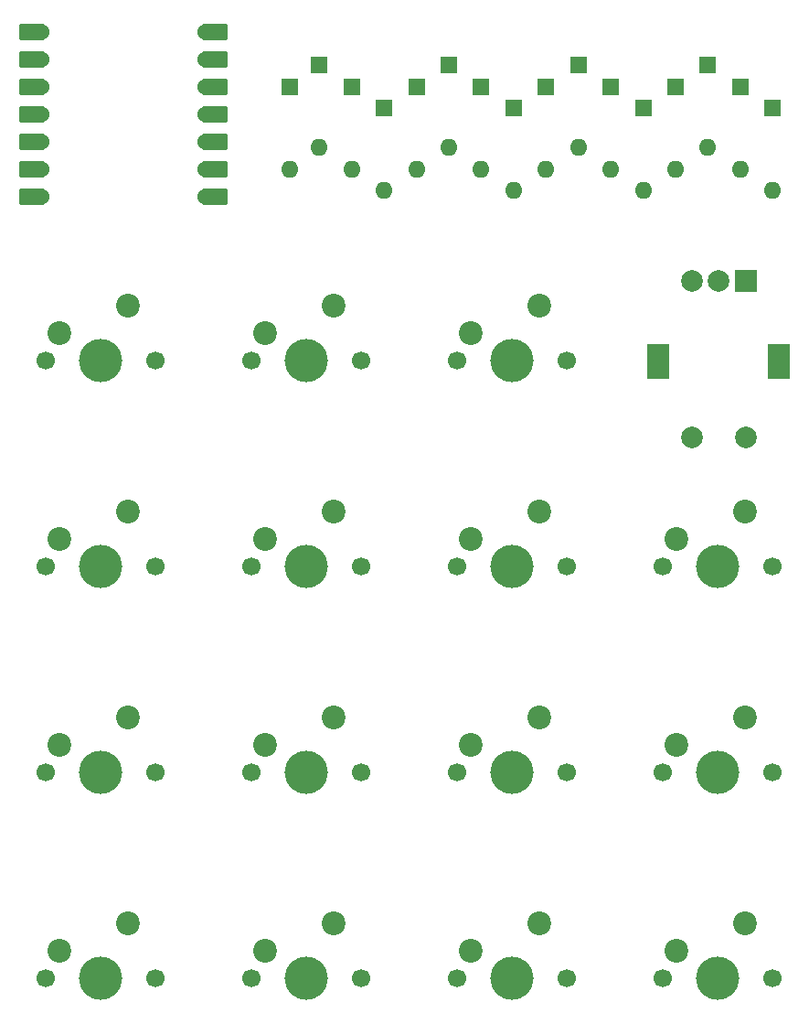
<source format=gts>
%TF.GenerationSoftware,KiCad,Pcbnew,8.0.8*%
%TF.CreationDate,2025-02-12T11:08:45-05:00*%
%TF.ProjectId,hackpad,6861636b-7061-4642-9e6b-696361645f70,rev?*%
%TF.SameCoordinates,Original*%
%TF.FileFunction,Soldermask,Top*%
%TF.FilePolarity,Negative*%
%FSLAX46Y46*%
G04 Gerber Fmt 4.6, Leading zero omitted, Abs format (unit mm)*
G04 Created by KiCad (PCBNEW 8.0.8) date 2025-02-12 11:08:45*
%MOMM*%
%LPD*%
G01*
G04 APERTURE LIST*
G04 Aperture macros list*
%AMRoundRect*
0 Rectangle with rounded corners*
0 $1 Rounding radius*
0 $2 $3 $4 $5 $6 $7 $8 $9 X,Y pos of 4 corners*
0 Add a 4 corners polygon primitive as box body*
4,1,4,$2,$3,$4,$5,$6,$7,$8,$9,$2,$3,0*
0 Add four circle primitives for the rounded corners*
1,1,$1+$1,$2,$3*
1,1,$1+$1,$4,$5*
1,1,$1+$1,$6,$7*
1,1,$1+$1,$8,$9*
0 Add four rect primitives between the rounded corners*
20,1,$1+$1,$2,$3,$4,$5,0*
20,1,$1+$1,$4,$5,$6,$7,0*
20,1,$1+$1,$6,$7,$8,$9,0*
20,1,$1+$1,$8,$9,$2,$3,0*%
G04 Aperture macros list end*
%ADD10R,1.600000X1.600000*%
%ADD11O,1.600000X1.600000*%
%ADD12C,1.700000*%
%ADD13C,4.000000*%
%ADD14C,2.200000*%
%ADD15RoundRect,0.152400X1.063600X0.609600X-1.063600X0.609600X-1.063600X-0.609600X1.063600X-0.609600X0*%
%ADD16C,1.524000*%
%ADD17RoundRect,0.152400X-1.063600X-0.609600X1.063600X-0.609600X1.063600X0.609600X-1.063600X0.609600X0*%
%ADD18R,2.000000X2.000000*%
%ADD19C,2.000000*%
%ADD20R,2.000000X3.200000*%
G04 APERTURE END LIST*
D10*
%TO.C,D6*%
X88731250Y-36000000D03*
D11*
X88731250Y-43620000D03*
%TD*%
D12*
%TO.C,SW9*%
X70430000Y-101430000D03*
D13*
X75510000Y-101430000D03*
D12*
X80590000Y-101430000D03*
D14*
X78050000Y-96350000D03*
X71700000Y-98890000D03*
%TD*%
D10*
%TO.C,D1*%
X74000000Y-38000000D03*
D11*
X74000000Y-45620000D03*
%TD*%
D12*
%TO.C,SW14*%
X70430000Y-120480000D03*
D13*
X75510000Y-120480000D03*
D12*
X80590000Y-120480000D03*
D14*
X78050000Y-115400000D03*
X71700000Y-117940000D03*
%TD*%
D12*
%TO.C,SW2*%
X51380000Y-82380000D03*
D13*
X56460000Y-82380000D03*
D12*
X61540000Y-82380000D03*
D14*
X59000000Y-77300000D03*
X52650000Y-79840000D03*
%TD*%
D15*
%TO.C,U1*%
X50165000Y-33000000D03*
D16*
X51000000Y-33000000D03*
D15*
X50165000Y-35540000D03*
D16*
X51000000Y-35540000D03*
D15*
X50165000Y-38080000D03*
D16*
X51000000Y-38080000D03*
D15*
X50165000Y-40620000D03*
D16*
X51000000Y-40620000D03*
D15*
X50165000Y-43160000D03*
D16*
X51000000Y-43160000D03*
D15*
X50165000Y-45700000D03*
D16*
X51000000Y-45700000D03*
D15*
X50165000Y-48240000D03*
D16*
X51000000Y-48240000D03*
X66240000Y-48240000D03*
D17*
X67075000Y-48240000D03*
D16*
X66240000Y-45700000D03*
D17*
X67075000Y-45700000D03*
D16*
X66240000Y-43160000D03*
D17*
X67075000Y-43160000D03*
D16*
X66240000Y-40620000D03*
D17*
X67075000Y-40620000D03*
D16*
X66240000Y-38080000D03*
D17*
X67075000Y-38080000D03*
D16*
X66240000Y-35540000D03*
D17*
X67075000Y-35540000D03*
D16*
X66240000Y-33000000D03*
D17*
X67075000Y-33000000D03*
%TD*%
D10*
%TO.C,D15*%
X106731250Y-40000000D03*
D11*
X106731250Y-47620000D03*
%TD*%
D10*
%TO.C,D13*%
X82731250Y-40000000D03*
D11*
X82731250Y-47620000D03*
%TD*%
D10*
%TO.C,D12*%
X115731250Y-38000000D03*
D11*
X115731250Y-45620000D03*
%TD*%
D12*
%TO.C,SW1*%
X51380000Y-63330000D03*
D13*
X56460000Y-63330000D03*
D12*
X61540000Y-63330000D03*
D14*
X59000000Y-58250000D03*
X52650000Y-60790000D03*
%TD*%
D18*
%TO.C,SW10*%
X116228750Y-55973750D03*
D19*
X111228750Y-55973750D03*
X113728750Y-55973750D03*
D20*
X119328750Y-63473750D03*
X108128750Y-63473750D03*
D19*
X116228750Y-70473750D03*
X111228750Y-70473750D03*
%TD*%
D10*
%TO.C,D9*%
X79731250Y-38000000D03*
D11*
X79731250Y-45620000D03*
%TD*%
D12*
%TO.C,SW8*%
X51380000Y-101430000D03*
D13*
X56460000Y-101430000D03*
D12*
X61540000Y-101430000D03*
D14*
X59000000Y-96350000D03*
X52650000Y-98890000D03*
%TD*%
D12*
%TO.C,SW7*%
X89480000Y-63330000D03*
D13*
X94560000Y-63330000D03*
D12*
X99640000Y-63330000D03*
D14*
X97100000Y-58250000D03*
X90750000Y-60790000D03*
%TD*%
D10*
%TO.C,D7*%
X100731250Y-36000000D03*
D11*
X100731250Y-43620000D03*
%TD*%
D12*
%TO.C,SW5*%
X89480000Y-82380000D03*
D13*
X94560000Y-82380000D03*
D12*
X99640000Y-82380000D03*
D14*
X97100000Y-77300000D03*
X90750000Y-79840000D03*
%TD*%
D12*
%TO.C,SW12*%
X108530000Y-101430000D03*
D13*
X113610000Y-101430000D03*
D12*
X118690000Y-101430000D03*
D14*
X116150000Y-96350000D03*
X109800000Y-98890000D03*
%TD*%
D10*
%TO.C,D3*%
X97731250Y-38000000D03*
D11*
X97731250Y-45620000D03*
%TD*%
D12*
%TO.C,SW15*%
X89480000Y-120480000D03*
D13*
X94560000Y-120480000D03*
D12*
X99640000Y-120480000D03*
D14*
X97100000Y-115400000D03*
X90750000Y-117940000D03*
%TD*%
D12*
%TO.C,SW13*%
X51380000Y-120480000D03*
D13*
X56460000Y-120480000D03*
D12*
X61540000Y-120480000D03*
D14*
X59000000Y-115400000D03*
X52650000Y-117940000D03*
%TD*%
D12*
%TO.C,SW11*%
X89480000Y-101430000D03*
D13*
X94560000Y-101430000D03*
D12*
X99640000Y-101430000D03*
D14*
X97100000Y-96350000D03*
X90750000Y-98890000D03*
%TD*%
D12*
%TO.C,SW6*%
X108530000Y-82380000D03*
D13*
X113610000Y-82380000D03*
D12*
X118690000Y-82380000D03*
D14*
X116150000Y-77300000D03*
X109800000Y-79840000D03*
%TD*%
D10*
%TO.C,D8*%
X112731250Y-36000000D03*
D11*
X112731250Y-43620000D03*
%TD*%
D12*
%TO.C,SW16*%
X108530000Y-120480000D03*
D13*
X113610000Y-120480000D03*
D12*
X118690000Y-120480000D03*
D14*
X116150000Y-115400000D03*
X109800000Y-117940000D03*
%TD*%
D10*
%TO.C,D14*%
X94731250Y-40000000D03*
D11*
X94731250Y-47620000D03*
%TD*%
D10*
%TO.C,D11*%
X103731250Y-38000000D03*
D11*
X103731250Y-45620000D03*
%TD*%
D12*
%TO.C,SW4*%
X70430000Y-63330000D03*
D13*
X75510000Y-63330000D03*
D12*
X80590000Y-63330000D03*
D14*
X78050000Y-58250000D03*
X71700000Y-60790000D03*
%TD*%
D10*
%TO.C,D5*%
X76731250Y-36000000D03*
D11*
X76731250Y-43620000D03*
%TD*%
D10*
%TO.C,D2*%
X85731250Y-38000000D03*
D11*
X85731250Y-45620000D03*
%TD*%
D10*
%TO.C,D16*%
X118731250Y-40000000D03*
D11*
X118731250Y-47620000D03*
%TD*%
D12*
%TO.C,SW3*%
X70430000Y-82380000D03*
D13*
X75510000Y-82380000D03*
D12*
X80590000Y-82380000D03*
D14*
X78050000Y-77300000D03*
X71700000Y-79840000D03*
%TD*%
D10*
%TO.C,D4*%
X109731250Y-38000000D03*
D11*
X109731250Y-45620000D03*
%TD*%
D10*
%TO.C,D10*%
X91731250Y-38000000D03*
D11*
X91731250Y-45620000D03*
%TD*%
M02*

</source>
